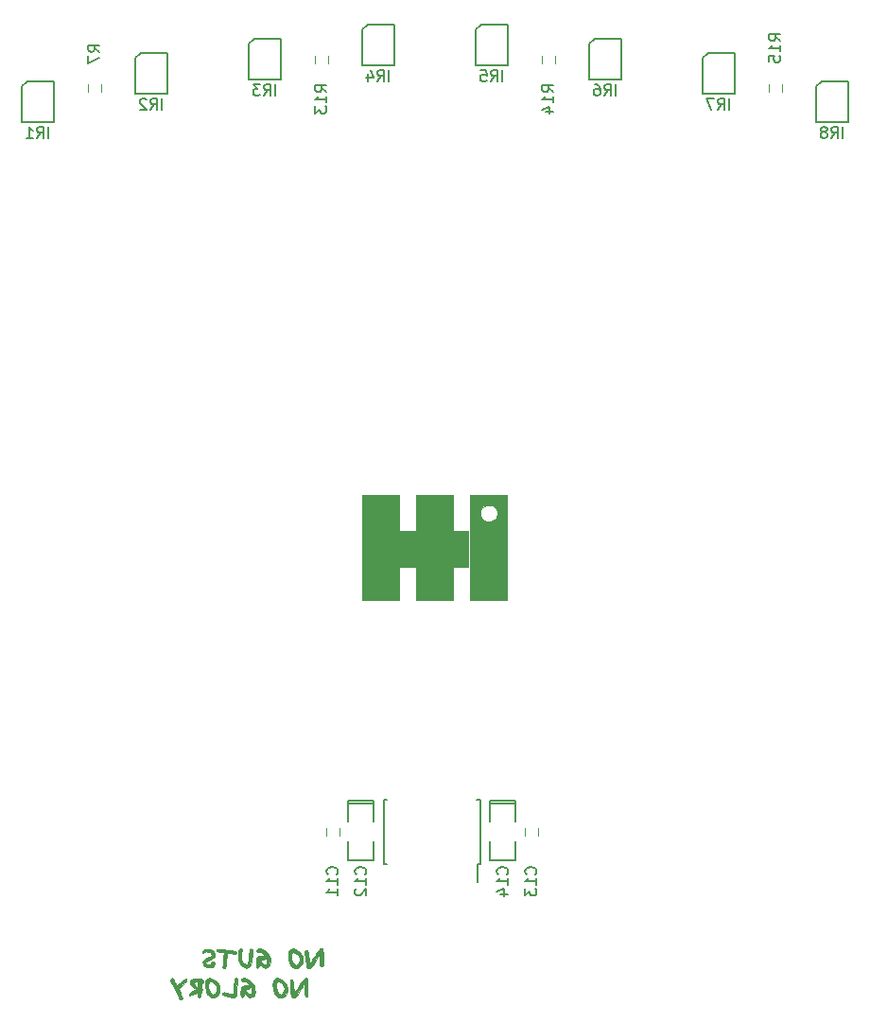
<source format=gbr>
G04 #@! TF.GenerationSoftware,KiCad,Pcbnew,no-vcs-found-c78a2ba~59~ubuntu16.10.1*
G04 #@! TF.CreationDate,2017-09-21T00:22:34+02:00*
G04 #@! TF.ProjectId,rat_board,7261745F626F6172642E6B696361645F,rev?*
G04 #@! TF.SameCoordinates,Original
G04 #@! TF.FileFunction,Legend,Bot*
G04 #@! TF.FilePolarity,Positive*
%FSLAX46Y46*%
G04 Gerber Fmt 4.6, Leading zero omitted, Abs format (unit mm)*
G04 Created by KiCad (PCBNEW no-vcs-found-c78a2ba~59~ubuntu16.10.1) date Thu Sep 21 00:22:34 2017*
%MOMM*%
%LPD*%
G01*
G04 APERTURE LIST*
%ADD10C,0.010000*%
%ADD11C,0.150000*%
%ADD12C,0.120000*%
%ADD13C,0.200000*%
G04 APERTURE END LIST*
D10*
G36*
X120452081Y-132422827D02*
X120302263Y-132467826D01*
X120234046Y-132516645D01*
X120164622Y-132615909D01*
X120144755Y-132701038D01*
X120176707Y-132751452D01*
X120207603Y-132757333D01*
X120289233Y-132738698D01*
X120396352Y-132693632D01*
X120400695Y-132691406D01*
X120518723Y-132649260D01*
X120636305Y-132661844D01*
X120667534Y-132671468D01*
X120793278Y-132733024D01*
X120899445Y-132819302D01*
X120966437Y-132910438D01*
X120975770Y-132983881D01*
X120925776Y-133029981D01*
X120819771Y-133087527D01*
X120705831Y-133134499D01*
X120462785Y-133234377D01*
X120297065Y-133333957D01*
X120201750Y-133441339D01*
X120169916Y-133564627D01*
X120194643Y-133711920D01*
X120199541Y-133727035D01*
X120268802Y-133865842D01*
X120376860Y-133961537D01*
X120537907Y-134022061D01*
X120766135Y-134055359D01*
X120789474Y-134057217D01*
X121113188Y-134081700D01*
X121158017Y-133959266D01*
X121196269Y-133854127D01*
X121221569Y-133783549D01*
X121222980Y-133675568D01*
X121169156Y-133577843D01*
X121080877Y-133522727D01*
X121051886Y-133519333D01*
X120953199Y-133547797D01*
X120912647Y-133617703D01*
X120943095Y-133705820D01*
X120946366Y-133709871D01*
X120974124Y-133765400D01*
X120928086Y-133799238D01*
X120821548Y-133811664D01*
X120682231Y-133795913D01*
X120554221Y-133759302D01*
X120498056Y-133727865D01*
X120442001Y-133664253D01*
X120442005Y-133605249D01*
X120504558Y-133544634D01*
X120636149Y-133476187D01*
X120843271Y-133393689D01*
X120848981Y-133391574D01*
X120974667Y-133324432D01*
X121101474Y-133224234D01*
X121208294Y-133111809D01*
X121274016Y-133007986D01*
X121285000Y-132961375D01*
X121252024Y-132833729D01*
X121166317Y-132691245D01*
X121047708Y-132562713D01*
X120970953Y-132505467D01*
X120814588Y-132441221D01*
X120632243Y-132413817D01*
X120452081Y-132422827D01*
X120452081Y-132422827D01*
G37*
X120452081Y-132422827D02*
X120302263Y-132467826D01*
X120234046Y-132516645D01*
X120164622Y-132615909D01*
X120144755Y-132701038D01*
X120176707Y-132751452D01*
X120207603Y-132757333D01*
X120289233Y-132738698D01*
X120396352Y-132693632D01*
X120400695Y-132691406D01*
X120518723Y-132649260D01*
X120636305Y-132661844D01*
X120667534Y-132671468D01*
X120793278Y-132733024D01*
X120899445Y-132819302D01*
X120966437Y-132910438D01*
X120975770Y-132983881D01*
X120925776Y-133029981D01*
X120819771Y-133087527D01*
X120705831Y-133134499D01*
X120462785Y-133234377D01*
X120297065Y-133333957D01*
X120201750Y-133441339D01*
X120169916Y-133564627D01*
X120194643Y-133711920D01*
X120199541Y-133727035D01*
X120268802Y-133865842D01*
X120376860Y-133961537D01*
X120537907Y-134022061D01*
X120766135Y-134055359D01*
X120789474Y-134057217D01*
X121113188Y-134081700D01*
X121158017Y-133959266D01*
X121196269Y-133854127D01*
X121221569Y-133783549D01*
X121222980Y-133675568D01*
X121169156Y-133577843D01*
X121080877Y-133522727D01*
X121051886Y-133519333D01*
X120953199Y-133547797D01*
X120912647Y-133617703D01*
X120943095Y-133705820D01*
X120946366Y-133709871D01*
X120974124Y-133765400D01*
X120928086Y-133799238D01*
X120821548Y-133811664D01*
X120682231Y-133795913D01*
X120554221Y-133759302D01*
X120498056Y-133727865D01*
X120442001Y-133664253D01*
X120442005Y-133605249D01*
X120504558Y-133544634D01*
X120636149Y-133476187D01*
X120843271Y-133393689D01*
X120848981Y-133391574D01*
X120974667Y-133324432D01*
X121101474Y-133224234D01*
X121208294Y-133111809D01*
X121274016Y-133007986D01*
X121285000Y-132961375D01*
X121252024Y-132833729D01*
X121166317Y-132691245D01*
X121047708Y-132562713D01*
X120970953Y-132505467D01*
X120814588Y-132441221D01*
X120632243Y-132413817D01*
X120452081Y-132422827D01*
G36*
X123462011Y-132411415D02*
X123394327Y-132546750D01*
X123383303Y-132577828D01*
X123327046Y-132825069D01*
X123327835Y-133085799D01*
X123382450Y-133372856D01*
X123488808Y-133660756D01*
X123639865Y-133877298D01*
X123835289Y-134022007D01*
X123843092Y-134025844D01*
X123982651Y-134086514D01*
X124086342Y-134105442D01*
X124190866Y-134084503D01*
X124281668Y-134048220D01*
X124376758Y-133989559D01*
X124449165Y-133898858D01*
X124504156Y-133763028D01*
X124546995Y-133568981D01*
X124582950Y-133303626D01*
X124583623Y-133297613D01*
X124614193Y-132985368D01*
X124627212Y-132748433D01*
X124622532Y-132579262D01*
X124600004Y-132470305D01*
X124566373Y-132419114D01*
X124484524Y-132379394D01*
X124422901Y-132415792D01*
X124379398Y-132530932D01*
X124356359Y-132680190D01*
X124324598Y-132962150D01*
X124291066Y-133222079D01*
X124258048Y-133444655D01*
X124227828Y-133614554D01*
X124202690Y-133716454D01*
X124201265Y-133720417D01*
X124142654Y-133798884D01*
X124050181Y-133804062D01*
X123920209Y-133735837D01*
X123885511Y-133710423D01*
X123746682Y-133552087D01*
X123659558Y-133331478D01*
X123625093Y-133054088D01*
X123644241Y-132725414D01*
X123678952Y-132519950D01*
X123686506Y-132417493D01*
X123649515Y-132367453D01*
X123638420Y-132362528D01*
X123540555Y-132352388D01*
X123462011Y-132411415D01*
X123462011Y-132411415D01*
G37*
X123462011Y-132411415D02*
X123394327Y-132546750D01*
X123383303Y-132577828D01*
X123327046Y-132825069D01*
X123327835Y-133085799D01*
X123382450Y-133372856D01*
X123488808Y-133660756D01*
X123639865Y-133877298D01*
X123835289Y-134022007D01*
X123843092Y-134025844D01*
X123982651Y-134086514D01*
X124086342Y-134105442D01*
X124190866Y-134084503D01*
X124281668Y-134048220D01*
X124376758Y-133989559D01*
X124449165Y-133898858D01*
X124504156Y-133763028D01*
X124546995Y-133568981D01*
X124582950Y-133303626D01*
X124583623Y-133297613D01*
X124614193Y-132985368D01*
X124627212Y-132748433D01*
X124622532Y-132579262D01*
X124600004Y-132470305D01*
X124566373Y-132419114D01*
X124484524Y-132379394D01*
X124422901Y-132415792D01*
X124379398Y-132530932D01*
X124356359Y-132680190D01*
X124324598Y-132962150D01*
X124291066Y-133222079D01*
X124258048Y-133444655D01*
X124227828Y-133614554D01*
X124202690Y-133716454D01*
X124201265Y-133720417D01*
X124142654Y-133798884D01*
X124050181Y-133804062D01*
X123920209Y-133735837D01*
X123885511Y-133710423D01*
X123746682Y-133552087D01*
X123659558Y-133331478D01*
X123625093Y-133054088D01*
X123644241Y-132725414D01*
X123678952Y-132519950D01*
X123686506Y-132417493D01*
X123649515Y-132367453D01*
X123638420Y-132362528D01*
X123540555Y-132352388D01*
X123462011Y-132411415D01*
G36*
X125043122Y-132409520D02*
X124983715Y-132495030D01*
X125003182Y-132610376D01*
X125003202Y-132610420D01*
X125067492Y-132692470D01*
X125143231Y-132713312D01*
X125201898Y-132670944D01*
X125264591Y-132639270D01*
X125364394Y-132665701D01*
X125487287Y-132740861D01*
X125619251Y-132855373D01*
X125746263Y-132999859D01*
X125795069Y-133067685D01*
X125881754Y-133209633D01*
X125925943Y-133329722D01*
X125940891Y-133469813D01*
X125941667Y-133530680D01*
X125931194Y-133695203D01*
X125893677Y-133785618D01*
X125819973Y-133810568D01*
X125700937Y-133778700D01*
X125685808Y-133772563D01*
X125546221Y-133677272D01*
X125428573Y-133529663D01*
X125379562Y-133427151D01*
X125375066Y-133380542D01*
X125422035Y-133369694D01*
X125490068Y-133378215D01*
X125612715Y-133372728D01*
X125719454Y-133326612D01*
X125787275Y-133255229D01*
X125793762Y-133175447D01*
X125715195Y-133081792D01*
X125577227Y-133029540D01*
X125396100Y-133022065D01*
X125214307Y-133055095D01*
X125096671Y-133105506D01*
X125032166Y-133189736D01*
X125015604Y-133234775D01*
X124978518Y-133388470D01*
X124950388Y-133571014D01*
X124934369Y-133751505D01*
X124933620Y-133899042D01*
X124941687Y-133958396D01*
X124994960Y-134060327D01*
X125071434Y-134095882D01*
X125149136Y-134070299D01*
X125206098Y-133988812D01*
X125222000Y-133891592D01*
X125222000Y-133766219D01*
X125390142Y-133899389D01*
X125522249Y-133987471D01*
X125668120Y-134060291D01*
X125797158Y-134104014D01*
X125856721Y-134110343D01*
X125906298Y-134093930D01*
X125999323Y-134055955D01*
X126013290Y-134049921D01*
X126111776Y-133987194D01*
X126172583Y-133887270D01*
X126197741Y-133808161D01*
X126227574Y-133572523D01*
X126205578Y-133317282D01*
X126136750Y-133081005D01*
X126091965Y-132991375D01*
X125963113Y-132814013D01*
X125800584Y-132649797D01*
X125621447Y-132510647D01*
X125442770Y-132408483D01*
X125281625Y-132355225D01*
X125180632Y-132354955D01*
X125043122Y-132409520D01*
X125043122Y-132409520D01*
G37*
X125043122Y-132409520D02*
X124983715Y-132495030D01*
X125003182Y-132610376D01*
X125003202Y-132610420D01*
X125067492Y-132692470D01*
X125143231Y-132713312D01*
X125201898Y-132670944D01*
X125264591Y-132639270D01*
X125364394Y-132665701D01*
X125487287Y-132740861D01*
X125619251Y-132855373D01*
X125746263Y-132999859D01*
X125795069Y-133067685D01*
X125881754Y-133209633D01*
X125925943Y-133329722D01*
X125940891Y-133469813D01*
X125941667Y-133530680D01*
X125931194Y-133695203D01*
X125893677Y-133785618D01*
X125819973Y-133810568D01*
X125700937Y-133778700D01*
X125685808Y-133772563D01*
X125546221Y-133677272D01*
X125428573Y-133529663D01*
X125379562Y-133427151D01*
X125375066Y-133380542D01*
X125422035Y-133369694D01*
X125490068Y-133378215D01*
X125612715Y-133372728D01*
X125719454Y-133326612D01*
X125787275Y-133255229D01*
X125793762Y-133175447D01*
X125715195Y-133081792D01*
X125577227Y-133029540D01*
X125396100Y-133022065D01*
X125214307Y-133055095D01*
X125096671Y-133105506D01*
X125032166Y-133189736D01*
X125015604Y-133234775D01*
X124978518Y-133388470D01*
X124950388Y-133571014D01*
X124934369Y-133751505D01*
X124933620Y-133899042D01*
X124941687Y-133958396D01*
X124994960Y-134060327D01*
X125071434Y-134095882D01*
X125149136Y-134070299D01*
X125206098Y-133988812D01*
X125222000Y-133891592D01*
X125222000Y-133766219D01*
X125390142Y-133899389D01*
X125522249Y-133987471D01*
X125668120Y-134060291D01*
X125797158Y-134104014D01*
X125856721Y-134110343D01*
X125906298Y-134093930D01*
X125999323Y-134055955D01*
X126013290Y-134049921D01*
X126111776Y-133987194D01*
X126172583Y-133887270D01*
X126197741Y-133808161D01*
X126227574Y-133572523D01*
X126205578Y-133317282D01*
X126136750Y-133081005D01*
X126091965Y-132991375D01*
X125963113Y-132814013D01*
X125800584Y-132649797D01*
X125621447Y-132510647D01*
X125442770Y-132408483D01*
X125281625Y-132355225D01*
X125180632Y-132354955D01*
X125043122Y-132409520D01*
G36*
X130685658Y-132374911D02*
X130625190Y-132431071D01*
X130530840Y-132547637D01*
X130411425Y-132711902D01*
X130275761Y-132911162D01*
X130132665Y-133132709D01*
X129990952Y-133363838D01*
X129942960Y-133445250D01*
X129860916Y-133579976D01*
X129792996Y-133680505D01*
X129751405Y-133729055D01*
X129746822Y-133731000D01*
X129731409Y-133691753D01*
X129713805Y-133586082D01*
X129696626Y-133432096D01*
X129687186Y-133318250D01*
X129664568Y-133039386D01*
X129641742Y-132833870D01*
X129616517Y-132690404D01*
X129586700Y-132597693D01*
X129550100Y-132544439D01*
X129534741Y-132532688D01*
X129435601Y-132503206D01*
X129364558Y-132548672D01*
X129330738Y-132661522D01*
X129329175Y-132703088D01*
X129335072Y-132854377D01*
X129349935Y-133046343D01*
X129371497Y-133261119D01*
X129397489Y-133480836D01*
X129425644Y-133687629D01*
X129453692Y-133863631D01*
X129479367Y-133990974D01*
X129500390Y-134051781D01*
X129596074Y-134106582D01*
X129725497Y-134100795D01*
X129866766Y-134037659D01*
X129932458Y-133987846D01*
X130013240Y-133897589D01*
X130116721Y-133754679D01*
X130227118Y-133581879D01*
X130293699Y-133466859D01*
X130420736Y-133238164D01*
X130511936Y-133081545D01*
X130573265Y-132995453D01*
X130610689Y-132978337D01*
X130630174Y-133028649D01*
X130637687Y-133144837D01*
X130639193Y-133325351D01*
X130639321Y-133377060D01*
X130642343Y-133595862D01*
X130651463Y-133747124D01*
X130668974Y-133847888D01*
X130697168Y-133915197D01*
X130715121Y-133940567D01*
X130802287Y-134005157D01*
X130883283Y-133990478D01*
X130944660Y-133901615D01*
X130960398Y-133847841D01*
X130968481Y-133760500D01*
X130971601Y-133607167D01*
X130969803Y-133406368D01*
X130963132Y-133176628D01*
X130958485Y-133067292D01*
X130945727Y-132816303D01*
X130933348Y-132636862D01*
X130919259Y-132515883D01*
X130901374Y-132440284D01*
X130877604Y-132396980D01*
X130847834Y-132373925D01*
X130736700Y-132355670D01*
X130685658Y-132374911D01*
X130685658Y-132374911D01*
G37*
X130685658Y-132374911D02*
X130625190Y-132431071D01*
X130530840Y-132547637D01*
X130411425Y-132711902D01*
X130275761Y-132911162D01*
X130132665Y-133132709D01*
X129990952Y-133363838D01*
X129942960Y-133445250D01*
X129860916Y-133579976D01*
X129792996Y-133680505D01*
X129751405Y-133729055D01*
X129746822Y-133731000D01*
X129731409Y-133691753D01*
X129713805Y-133586082D01*
X129696626Y-133432096D01*
X129687186Y-133318250D01*
X129664568Y-133039386D01*
X129641742Y-132833870D01*
X129616517Y-132690404D01*
X129586700Y-132597693D01*
X129550100Y-132544439D01*
X129534741Y-132532688D01*
X129435601Y-132503206D01*
X129364558Y-132548672D01*
X129330738Y-132661522D01*
X129329175Y-132703088D01*
X129335072Y-132854377D01*
X129349935Y-133046343D01*
X129371497Y-133261119D01*
X129397489Y-133480836D01*
X129425644Y-133687629D01*
X129453692Y-133863631D01*
X129479367Y-133990974D01*
X129500390Y-134051781D01*
X129596074Y-134106582D01*
X129725497Y-134100795D01*
X129866766Y-134037659D01*
X129932458Y-133987846D01*
X130013240Y-133897589D01*
X130116721Y-133754679D01*
X130227118Y-133581879D01*
X130293699Y-133466859D01*
X130420736Y-133238164D01*
X130511936Y-133081545D01*
X130573265Y-132995453D01*
X130610689Y-132978337D01*
X130630174Y-133028649D01*
X130637687Y-133144837D01*
X130639193Y-133325351D01*
X130639321Y-133377060D01*
X130642343Y-133595862D01*
X130651463Y-133747124D01*
X130668974Y-133847888D01*
X130697168Y-133915197D01*
X130715121Y-133940567D01*
X130802287Y-134005157D01*
X130883283Y-133990478D01*
X130944660Y-133901615D01*
X130960398Y-133847841D01*
X130968481Y-133760500D01*
X130971601Y-133607167D01*
X130969803Y-133406368D01*
X130963132Y-133176628D01*
X130958485Y-133067292D01*
X130945727Y-132816303D01*
X130933348Y-132636862D01*
X130919259Y-132515883D01*
X130901374Y-132440284D01*
X130877604Y-132396980D01*
X130847834Y-132373925D01*
X130736700Y-132355670D01*
X130685658Y-132374911D01*
G36*
X128068058Y-132413830D02*
X127952753Y-132518355D01*
X127871875Y-132679106D01*
X127828055Y-132884456D01*
X127823921Y-133122776D01*
X127862104Y-133382437D01*
X127933687Y-133621738D01*
X128014978Y-133785371D01*
X128123659Y-133933428D01*
X128242303Y-134047078D01*
X128353486Y-134107491D01*
X128387890Y-134112578D01*
X128491551Y-134123664D01*
X128545167Y-134134843D01*
X128637085Y-134130473D01*
X128754686Y-134091827D01*
X128776406Y-134081348D01*
X128905040Y-133976665D01*
X129020645Y-133813123D01*
X129107670Y-133616493D01*
X129143157Y-133473564D01*
X129142744Y-133415434D01*
X128849806Y-133415434D01*
X128842672Y-133471668D01*
X128802648Y-133587777D01*
X128739624Y-133714198D01*
X128734875Y-133722126D01*
X128637692Y-133830494D01*
X128528513Y-133855245D01*
X128406913Y-133796368D01*
X128320455Y-133712615D01*
X128252509Y-133632112D01*
X128206324Y-133561917D01*
X128171686Y-133478025D01*
X128138377Y-133356433D01*
X128102180Y-133199749D01*
X128079550Y-133005302D01*
X128103839Y-132850541D01*
X128171666Y-132750348D01*
X128209043Y-132729333D01*
X128317617Y-132723477D01*
X128456537Y-132760566D01*
X128592329Y-132827908D01*
X128690919Y-132912045D01*
X128777281Y-133063825D01*
X128833760Y-133244594D01*
X128849806Y-133415434D01*
X129142744Y-133415434D01*
X129141699Y-133268782D01*
X129083707Y-133045563D01*
X128978935Y-132839958D01*
X128884722Y-132738341D01*
X128742272Y-132627208D01*
X128576035Y-132521373D01*
X128410458Y-132435650D01*
X128269991Y-132384854D01*
X128215160Y-132377162D01*
X128068058Y-132413830D01*
X128068058Y-132413830D01*
G37*
X128068058Y-132413830D02*
X127952753Y-132518355D01*
X127871875Y-132679106D01*
X127828055Y-132884456D01*
X127823921Y-133122776D01*
X127862104Y-133382437D01*
X127933687Y-133621738D01*
X128014978Y-133785371D01*
X128123659Y-133933428D01*
X128242303Y-134047078D01*
X128353486Y-134107491D01*
X128387890Y-134112578D01*
X128491551Y-134123664D01*
X128545167Y-134134843D01*
X128637085Y-134130473D01*
X128754686Y-134091827D01*
X128776406Y-134081348D01*
X128905040Y-133976665D01*
X129020645Y-133813123D01*
X129107670Y-133616493D01*
X129143157Y-133473564D01*
X129142744Y-133415434D01*
X128849806Y-133415434D01*
X128842672Y-133471668D01*
X128802648Y-133587777D01*
X128739624Y-133714198D01*
X128734875Y-133722126D01*
X128637692Y-133830494D01*
X128528513Y-133855245D01*
X128406913Y-133796368D01*
X128320455Y-133712615D01*
X128252509Y-133632112D01*
X128206324Y-133561917D01*
X128171686Y-133478025D01*
X128138377Y-133356433D01*
X128102180Y-133199749D01*
X128079550Y-133005302D01*
X128103839Y-132850541D01*
X128171666Y-132750348D01*
X128209043Y-132729333D01*
X128317617Y-132723477D01*
X128456537Y-132760566D01*
X128592329Y-132827908D01*
X128690919Y-132912045D01*
X128777281Y-133063825D01*
X128833760Y-133244594D01*
X128849806Y-133415434D01*
X129142744Y-133415434D01*
X129141699Y-133268782D01*
X129083707Y-133045563D01*
X128978935Y-132839958D01*
X128884722Y-132738341D01*
X128742272Y-132627208D01*
X128576035Y-132521373D01*
X128410458Y-132435650D01*
X128269991Y-132384854D01*
X128215160Y-132377162D01*
X128068058Y-132413830D01*
G36*
X121520064Y-132416460D02*
X121449631Y-132447797D01*
X121417088Y-132499752D01*
X121412000Y-132543812D01*
X121419350Y-132590998D01*
X121451699Y-132624447D01*
X121524502Y-132649993D01*
X121653212Y-132673471D01*
X121814167Y-132695644D01*
X121940378Y-132714252D01*
X122028234Y-132731198D01*
X122050067Y-132738142D01*
X122058035Y-132784517D01*
X122054890Y-132890802D01*
X122042844Y-133019769D01*
X122025696Y-133184303D01*
X122006616Y-133397228D01*
X121988757Y-133622424D01*
X121982233Y-133714112D01*
X121970558Y-133912610D01*
X121968779Y-134042231D01*
X121978080Y-134118314D01*
X121999643Y-134156200D01*
X122017092Y-134166287D01*
X122101442Y-134163857D01*
X122151375Y-134139468D01*
X122183342Y-134096595D01*
X122211117Y-134011224D01*
X122237045Y-133871788D01*
X122263468Y-133666720D01*
X122281610Y-133496792D01*
X122303414Y-133278423D01*
X122321805Y-133087821D01*
X122335184Y-132942061D01*
X122341951Y-132858216D01*
X122342454Y-132847549D01*
X122357848Y-132821027D01*
X122412304Y-132807569D01*
X122519758Y-132806214D01*
X122694144Y-132816001D01*
X122745318Y-132819736D01*
X122934645Y-132832249D01*
X123056247Y-132834459D01*
X123126616Y-132824805D01*
X123162242Y-132801728D01*
X123174440Y-132779154D01*
X123169966Y-132693893D01*
X123142873Y-132653796D01*
X123083215Y-132629561D01*
X122954726Y-132596672D01*
X122772407Y-132558338D01*
X122551258Y-132517767D01*
X122360143Y-132486426D01*
X122048426Y-132440723D01*
X121810489Y-132413466D01*
X121637359Y-132405197D01*
X121520064Y-132416460D01*
X121520064Y-132416460D01*
G37*
X121520064Y-132416460D02*
X121449631Y-132447797D01*
X121417088Y-132499752D01*
X121412000Y-132543812D01*
X121419350Y-132590998D01*
X121451699Y-132624447D01*
X121524502Y-132649993D01*
X121653212Y-132673471D01*
X121814167Y-132695644D01*
X121940378Y-132714252D01*
X122028234Y-132731198D01*
X122050067Y-132738142D01*
X122058035Y-132784517D01*
X122054890Y-132890802D01*
X122042844Y-133019769D01*
X122025696Y-133184303D01*
X122006616Y-133397228D01*
X121988757Y-133622424D01*
X121982233Y-133714112D01*
X121970558Y-133912610D01*
X121968779Y-134042231D01*
X121978080Y-134118314D01*
X121999643Y-134156200D01*
X122017092Y-134166287D01*
X122101442Y-134163857D01*
X122151375Y-134139468D01*
X122183342Y-134096595D01*
X122211117Y-134011224D01*
X122237045Y-133871788D01*
X122263468Y-133666720D01*
X122281610Y-133496792D01*
X122303414Y-133278423D01*
X122321805Y-133087821D01*
X122335184Y-132942061D01*
X122341951Y-132858216D01*
X122342454Y-132847549D01*
X122357848Y-132821027D01*
X122412304Y-132807569D01*
X122519758Y-132806214D01*
X122694144Y-132816001D01*
X122745318Y-132819736D01*
X122934645Y-132832249D01*
X123056247Y-132834459D01*
X123126616Y-132824805D01*
X123162242Y-132801728D01*
X123174440Y-132779154D01*
X123169966Y-132693893D01*
X123142873Y-132653796D01*
X123083215Y-132629561D01*
X122954726Y-132596672D01*
X122772407Y-132558338D01*
X122551258Y-132517767D01*
X122360143Y-132486426D01*
X122048426Y-132440723D01*
X121810489Y-132413466D01*
X121637359Y-132405197D01*
X121520064Y-132416460D01*
G36*
X123094526Y-135020383D02*
X123052648Y-135084187D01*
X123019288Y-135200897D01*
X122992565Y-135378995D01*
X122970603Y-135626965D01*
X122956265Y-135861281D01*
X122940632Y-136103816D01*
X122923126Y-136271535D01*
X122902217Y-136374287D01*
X122876377Y-136421924D01*
X122868524Y-136426550D01*
X122804942Y-136427343D01*
X122681292Y-136412291D01*
X122519831Y-136385325D01*
X122342814Y-136350378D01*
X122172498Y-136311383D01*
X122083211Y-136287799D01*
X122000873Y-136299515D01*
X121943620Y-136338094D01*
X121896857Y-136398237D01*
X121913921Y-136450737D01*
X121941187Y-136482688D01*
X122034962Y-136544636D01*
X122193420Y-136605648D01*
X122396702Y-136660186D01*
X122624950Y-136702712D01*
X122805817Y-136723836D01*
X122960979Y-136734518D01*
X123053918Y-136731175D01*
X123106526Y-136709406D01*
X123140700Y-136664812D01*
X123145784Y-136655518D01*
X123162247Y-136588394D01*
X123180228Y-136455535D01*
X123198648Y-136273695D01*
X123216429Y-136059629D01*
X123232493Y-135830089D01*
X123245763Y-135601831D01*
X123255159Y-135391607D01*
X123259604Y-135216173D01*
X123258020Y-135092282D01*
X123249904Y-135037513D01*
X123193460Y-135006715D01*
X123146800Y-135001000D01*
X123094526Y-135020383D01*
X123094526Y-135020383D01*
G37*
X123094526Y-135020383D02*
X123052648Y-135084187D01*
X123019288Y-135200897D01*
X122992565Y-135378995D01*
X122970603Y-135626965D01*
X122956265Y-135861281D01*
X122940632Y-136103816D01*
X122923126Y-136271535D01*
X122902217Y-136374287D01*
X122876377Y-136421924D01*
X122868524Y-136426550D01*
X122804942Y-136427343D01*
X122681292Y-136412291D01*
X122519831Y-136385325D01*
X122342814Y-136350378D01*
X122172498Y-136311383D01*
X122083211Y-136287799D01*
X122000873Y-136299515D01*
X121943620Y-136338094D01*
X121896857Y-136398237D01*
X121913921Y-136450737D01*
X121941187Y-136482688D01*
X122034962Y-136544636D01*
X122193420Y-136605648D01*
X122396702Y-136660186D01*
X122624950Y-136702712D01*
X122805817Y-136723836D01*
X122960979Y-136734518D01*
X123053918Y-136731175D01*
X123106526Y-136709406D01*
X123140700Y-136664812D01*
X123145784Y-136655518D01*
X123162247Y-136588394D01*
X123180228Y-136455535D01*
X123198648Y-136273695D01*
X123216429Y-136059629D01*
X123232493Y-135830089D01*
X123245763Y-135601831D01*
X123255159Y-135391607D01*
X123259604Y-135216173D01*
X123258020Y-135092282D01*
X123249904Y-135037513D01*
X123193460Y-135006715D01*
X123146800Y-135001000D01*
X123094526Y-135020383D01*
G36*
X123735938Y-135025710D02*
X123645586Y-135093925D01*
X123623949Y-135200409D01*
X123629065Y-135227246D01*
X123683265Y-135316032D01*
X123768135Y-135340429D01*
X123849288Y-135298446D01*
X123920382Y-135282160D01*
X124026592Y-135323114D01*
X124153314Y-135410015D01*
X124285948Y-135531570D01*
X124409891Y-135676485D01*
X124487257Y-135791833D01*
X124555419Y-135934136D01*
X124580440Y-136076641D01*
X124578731Y-136194000D01*
X124566763Y-136326830D01*
X124543698Y-136397064D01*
X124499326Y-136426769D01*
X124468136Y-136433015D01*
X124335022Y-136412128D01*
X124199027Y-136322717D01*
X124079847Y-136177859D01*
X124077138Y-136173450D01*
X124015373Y-136065896D01*
X124005706Y-136013719D01*
X124054504Y-136001040D01*
X124143084Y-136009033D01*
X124286826Y-136000682D01*
X124380906Y-135948263D01*
X124417446Y-135868844D01*
X124388571Y-135779498D01*
X124286828Y-135697515D01*
X124119989Y-135653276D01*
X123936505Y-135668503D01*
X123772334Y-135737788D01*
X123716130Y-135783355D01*
X123649739Y-135890472D01*
X123602862Y-136044956D01*
X123576678Y-136223775D01*
X123572361Y-136403899D01*
X123591090Y-136562297D01*
X123634040Y-136675938D01*
X123668730Y-136711212D01*
X123739269Y-136732667D01*
X123799616Y-136684474D01*
X123806313Y-136675659D01*
X123855886Y-136566143D01*
X123867334Y-136491357D01*
X123870158Y-136432537D01*
X123889795Y-136419781D01*
X123942994Y-136456606D01*
X124020203Y-136523450D01*
X124217837Y-136666162D01*
X124399732Y-136729712D01*
X124574453Y-136716039D01*
X124677792Y-136672456D01*
X124782052Y-136570565D01*
X124844525Y-136412516D01*
X124865560Y-136215591D01*
X124845501Y-135997071D01*
X124784696Y-135774238D01*
X124683492Y-135564373D01*
X124654681Y-135519966D01*
X124531246Y-135376194D01*
X124369682Y-135237329D01*
X124192825Y-135118710D01*
X124023510Y-135035677D01*
X123886008Y-135003597D01*
X123735938Y-135025710D01*
X123735938Y-135025710D01*
G37*
X123735938Y-135025710D02*
X123645586Y-135093925D01*
X123623949Y-135200409D01*
X123629065Y-135227246D01*
X123683265Y-135316032D01*
X123768135Y-135340429D01*
X123849288Y-135298446D01*
X123920382Y-135282160D01*
X124026592Y-135323114D01*
X124153314Y-135410015D01*
X124285948Y-135531570D01*
X124409891Y-135676485D01*
X124487257Y-135791833D01*
X124555419Y-135934136D01*
X124580440Y-136076641D01*
X124578731Y-136194000D01*
X124566763Y-136326830D01*
X124543698Y-136397064D01*
X124499326Y-136426769D01*
X124468136Y-136433015D01*
X124335022Y-136412128D01*
X124199027Y-136322717D01*
X124079847Y-136177859D01*
X124077138Y-136173450D01*
X124015373Y-136065896D01*
X124005706Y-136013719D01*
X124054504Y-136001040D01*
X124143084Y-136009033D01*
X124286826Y-136000682D01*
X124380906Y-135948263D01*
X124417446Y-135868844D01*
X124388571Y-135779498D01*
X124286828Y-135697515D01*
X124119989Y-135653276D01*
X123936505Y-135668503D01*
X123772334Y-135737788D01*
X123716130Y-135783355D01*
X123649739Y-135890472D01*
X123602862Y-136044956D01*
X123576678Y-136223775D01*
X123572361Y-136403899D01*
X123591090Y-136562297D01*
X123634040Y-136675938D01*
X123668730Y-136711212D01*
X123739269Y-136732667D01*
X123799616Y-136684474D01*
X123806313Y-136675659D01*
X123855886Y-136566143D01*
X123867334Y-136491357D01*
X123870158Y-136432537D01*
X123889795Y-136419781D01*
X123942994Y-136456606D01*
X124020203Y-136523450D01*
X124217837Y-136666162D01*
X124399732Y-136729712D01*
X124574453Y-136716039D01*
X124677792Y-136672456D01*
X124782052Y-136570565D01*
X124844525Y-136412516D01*
X124865560Y-136215591D01*
X124845501Y-135997071D01*
X124784696Y-135774238D01*
X124683492Y-135564373D01*
X124654681Y-135519966D01*
X124531246Y-135376194D01*
X124369682Y-135237329D01*
X124192825Y-135118710D01*
X124023510Y-135035677D01*
X123886008Y-135003597D01*
X123735938Y-135025710D01*
G36*
X119664766Y-135058520D02*
X119421816Y-135081514D01*
X119251231Y-135114034D01*
X119140801Y-135161694D01*
X119078314Y-135230108D01*
X119051561Y-135324890D01*
X119049919Y-135341205D01*
X119073566Y-135500274D01*
X119158962Y-135671589D01*
X119291040Y-135831789D01*
X119442837Y-135950488D01*
X119605010Y-136048364D01*
X119453514Y-136098362D01*
X119285127Y-136170950D01*
X119140626Y-136264105D01*
X119031205Y-136365759D01*
X118968059Y-136463845D01*
X118962381Y-136546297D01*
X118998883Y-136588427D01*
X119054189Y-136583860D01*
X119165458Y-136549226D01*
X119312394Y-136491250D01*
X119374628Y-136463926D01*
X119526687Y-136396095D01*
X119646672Y-136344125D01*
X119715857Y-136316062D01*
X119725114Y-136313333D01*
X119732124Y-136350713D01*
X119729132Y-136444199D01*
X119725847Y-136483463D01*
X119732472Y-136623518D01*
X119773087Y-136724836D01*
X119834166Y-136777213D01*
X119902181Y-136770448D01*
X119963606Y-136694338D01*
X119973715Y-136670411D01*
X120001843Y-136552912D01*
X120014888Y-136412637D01*
X120015000Y-136400427D01*
X120031439Y-136276334D01*
X120072843Y-136191606D01*
X120078500Y-136186333D01*
X120134947Y-136095533D01*
X120128046Y-135994178D01*
X120089084Y-135941134D01*
X120055915Y-135865336D01*
X120048596Y-135723083D01*
X120050571Y-135685888D01*
X120065352Y-135566746D01*
X119761000Y-135566746D01*
X119751244Y-135717792D01*
X119717586Y-135793987D01*
X119653447Y-135796772D01*
X119552245Y-135727592D01*
X119452963Y-135634257D01*
X119352374Y-135522089D01*
X119322210Y-135447226D01*
X119366661Y-135398912D01*
X119489919Y-135366396D01*
X119561628Y-135355485D01*
X119761000Y-135328158D01*
X119761000Y-135566746D01*
X120065352Y-135566746D01*
X120067313Y-135550943D01*
X120099538Y-135479615D01*
X120145821Y-135453401D01*
X120214352Y-135402797D01*
X120214068Y-135308297D01*
X120145161Y-135175061D01*
X120134960Y-135160446D01*
X120043253Y-135031654D01*
X119664766Y-135058520D01*
X119664766Y-135058520D01*
G37*
X119664766Y-135058520D02*
X119421816Y-135081514D01*
X119251231Y-135114034D01*
X119140801Y-135161694D01*
X119078314Y-135230108D01*
X119051561Y-135324890D01*
X119049919Y-135341205D01*
X119073566Y-135500274D01*
X119158962Y-135671589D01*
X119291040Y-135831789D01*
X119442837Y-135950488D01*
X119605010Y-136048364D01*
X119453514Y-136098362D01*
X119285127Y-136170950D01*
X119140626Y-136264105D01*
X119031205Y-136365759D01*
X118968059Y-136463845D01*
X118962381Y-136546297D01*
X118998883Y-136588427D01*
X119054189Y-136583860D01*
X119165458Y-136549226D01*
X119312394Y-136491250D01*
X119374628Y-136463926D01*
X119526687Y-136396095D01*
X119646672Y-136344125D01*
X119715857Y-136316062D01*
X119725114Y-136313333D01*
X119732124Y-136350713D01*
X119729132Y-136444199D01*
X119725847Y-136483463D01*
X119732472Y-136623518D01*
X119773087Y-136724836D01*
X119834166Y-136777213D01*
X119902181Y-136770448D01*
X119963606Y-136694338D01*
X119973715Y-136670411D01*
X120001843Y-136552912D01*
X120014888Y-136412637D01*
X120015000Y-136400427D01*
X120031439Y-136276334D01*
X120072843Y-136191606D01*
X120078500Y-136186333D01*
X120134947Y-136095533D01*
X120128046Y-135994178D01*
X120089084Y-135941134D01*
X120055915Y-135865336D01*
X120048596Y-135723083D01*
X120050571Y-135685888D01*
X120065352Y-135566746D01*
X119761000Y-135566746D01*
X119751244Y-135717792D01*
X119717586Y-135793987D01*
X119653447Y-135796772D01*
X119552245Y-135727592D01*
X119452963Y-135634257D01*
X119352374Y-135522089D01*
X119322210Y-135447226D01*
X119366661Y-135398912D01*
X119489919Y-135366396D01*
X119561628Y-135355485D01*
X119761000Y-135328158D01*
X119761000Y-135566746D01*
X120065352Y-135566746D01*
X120067313Y-135550943D01*
X120099538Y-135479615D01*
X120145821Y-135453401D01*
X120214352Y-135402797D01*
X120214068Y-135308297D01*
X120145161Y-135175061D01*
X120134960Y-135160446D01*
X120043253Y-135031654D01*
X119664766Y-135058520D01*
G36*
X120627134Y-135073632D02*
X120514840Y-135189013D01*
X120435772Y-135360672D01*
X120398049Y-135579301D01*
X120396000Y-135648522D01*
X120413692Y-135851653D01*
X120460971Y-136076599D01*
X120529146Y-136293489D01*
X120609525Y-136472455D01*
X120657006Y-136545457D01*
X120811532Y-136681403D01*
X121001004Y-136757578D01*
X121201190Y-136768385D01*
X121380212Y-136712473D01*
X121501290Y-136605602D01*
X121603635Y-136438731D01*
X121676166Y-136236180D01*
X121707799Y-136022270D01*
X121708272Y-135995833D01*
X121411684Y-135995833D01*
X121388039Y-136200563D01*
X121323930Y-136354896D01*
X121229590Y-136451842D01*
X121115255Y-136484409D01*
X120991162Y-136445606D01*
X120887710Y-136353742D01*
X120801334Y-136223121D01*
X120735489Y-136053447D01*
X120683282Y-135825246D01*
X120667579Y-135731915D01*
X120663986Y-135554287D01*
X120712232Y-135428412D01*
X120806261Y-135363252D01*
X120917364Y-135362236D01*
X121132175Y-135444747D01*
X121289437Y-135587221D01*
X121384120Y-135783212D01*
X121411684Y-135995833D01*
X121708272Y-135995833D01*
X121708334Y-135992386D01*
X121678053Y-135740611D01*
X121583776Y-135524399D01*
X121420347Y-135337588D01*
X121182611Y-135174019D01*
X120918931Y-135048931D01*
X120764537Y-135023835D01*
X120627134Y-135073632D01*
X120627134Y-135073632D01*
G37*
X120627134Y-135073632D02*
X120514840Y-135189013D01*
X120435772Y-135360672D01*
X120398049Y-135579301D01*
X120396000Y-135648522D01*
X120413692Y-135851653D01*
X120460971Y-136076599D01*
X120529146Y-136293489D01*
X120609525Y-136472455D01*
X120657006Y-136545457D01*
X120811532Y-136681403D01*
X121001004Y-136757578D01*
X121201190Y-136768385D01*
X121380212Y-136712473D01*
X121501290Y-136605602D01*
X121603635Y-136438731D01*
X121676166Y-136236180D01*
X121707799Y-136022270D01*
X121708272Y-135995833D01*
X121411684Y-135995833D01*
X121388039Y-136200563D01*
X121323930Y-136354896D01*
X121229590Y-136451842D01*
X121115255Y-136484409D01*
X120991162Y-136445606D01*
X120887710Y-136353742D01*
X120801334Y-136223121D01*
X120735489Y-136053447D01*
X120683282Y-135825246D01*
X120667579Y-135731915D01*
X120663986Y-135554287D01*
X120712232Y-135428412D01*
X120806261Y-135363252D01*
X120917364Y-135362236D01*
X121132175Y-135444747D01*
X121289437Y-135587221D01*
X121384120Y-135783212D01*
X121411684Y-135995833D01*
X121708272Y-135995833D01*
X121708334Y-135992386D01*
X121678053Y-135740611D01*
X121583776Y-135524399D01*
X121420347Y-135337588D01*
X121182611Y-135174019D01*
X120918931Y-135048931D01*
X120764537Y-135023835D01*
X120627134Y-135073632D01*
G36*
X126684701Y-135076219D02*
X126572965Y-135193021D01*
X126493105Y-135366015D01*
X126452919Y-135585851D01*
X126449667Y-135675418D01*
X126470629Y-135886544D01*
X126526417Y-136121319D01*
X126606386Y-136344191D01*
X126699893Y-136519608D01*
X126704313Y-136525906D01*
X126854228Y-136672389D01*
X127038492Y-136755400D01*
X127236131Y-136770086D01*
X127426171Y-136711593D01*
X127449305Y-136698312D01*
X127595384Y-136562781D01*
X127699294Y-136371918D01*
X127756937Y-136146013D01*
X127761866Y-135982994D01*
X127478930Y-135982994D01*
X127443011Y-136204312D01*
X127375123Y-136361731D01*
X127297312Y-136449254D01*
X127194928Y-136481519D01*
X127164416Y-136482667D01*
X127068134Y-136461984D01*
X126979445Y-136388749D01*
X126923161Y-136317420D01*
X126820391Y-136119857D01*
X126748026Y-135858375D01*
X126747201Y-135854030D01*
X126719483Y-135693317D01*
X126711629Y-135589619D01*
X126724661Y-135517407D01*
X126759602Y-135451155D01*
X126763586Y-135445024D01*
X126829125Y-135368998D01*
X126907815Y-135352325D01*
X126971030Y-135362236D01*
X127177491Y-135444656D01*
X127337082Y-135586510D01*
X127440623Y-135771417D01*
X127478930Y-135982994D01*
X127761866Y-135982994D01*
X127764214Y-135905359D01*
X127717025Y-135670248D01*
X127676903Y-135571609D01*
X127553946Y-135404200D01*
X127353971Y-135244130D01*
X127084609Y-135097066D01*
X126972598Y-135048592D01*
X126820512Y-135024960D01*
X126684701Y-135076219D01*
X126684701Y-135076219D01*
G37*
X126684701Y-135076219D02*
X126572965Y-135193021D01*
X126493105Y-135366015D01*
X126452919Y-135585851D01*
X126449667Y-135675418D01*
X126470629Y-135886544D01*
X126526417Y-136121319D01*
X126606386Y-136344191D01*
X126699893Y-136519608D01*
X126704313Y-136525906D01*
X126854228Y-136672389D01*
X127038492Y-136755400D01*
X127236131Y-136770086D01*
X127426171Y-136711593D01*
X127449305Y-136698312D01*
X127595384Y-136562781D01*
X127699294Y-136371918D01*
X127756937Y-136146013D01*
X127761866Y-135982994D01*
X127478930Y-135982994D01*
X127443011Y-136204312D01*
X127375123Y-136361731D01*
X127297312Y-136449254D01*
X127194928Y-136481519D01*
X127164416Y-136482667D01*
X127068134Y-136461984D01*
X126979445Y-136388749D01*
X126923161Y-136317420D01*
X126820391Y-136119857D01*
X126748026Y-135858375D01*
X126747201Y-135854030D01*
X126719483Y-135693317D01*
X126711629Y-135589619D01*
X126724661Y-135517407D01*
X126759602Y-135451155D01*
X126763586Y-135445024D01*
X126829125Y-135368998D01*
X126907815Y-135352325D01*
X126971030Y-135362236D01*
X127177491Y-135444656D01*
X127337082Y-135586510D01*
X127440623Y-135771417D01*
X127478930Y-135982994D01*
X127761866Y-135982994D01*
X127764214Y-135905359D01*
X127717025Y-135670248D01*
X127676903Y-135571609D01*
X127553946Y-135404200D01*
X127353971Y-135244130D01*
X127084609Y-135097066D01*
X126972598Y-135048592D01*
X126820512Y-135024960D01*
X126684701Y-135076219D01*
G36*
X129311426Y-135035516D02*
X129202686Y-135140184D01*
X129063948Y-135316681D01*
X128893930Y-135566687D01*
X128691354Y-135891879D01*
X128616535Y-136017000D01*
X128378123Y-136419167D01*
X128349122Y-136207500D01*
X128331937Y-136062899D01*
X128312540Y-135870522D01*
X128294578Y-135667057D01*
X128291190Y-135624570D01*
X128264350Y-135394670D01*
X128223676Y-135241282D01*
X128165660Y-135156882D01*
X128086792Y-135133948D01*
X128063779Y-135136865D01*
X128017442Y-135178967D01*
X127990307Y-135286713D01*
X127982234Y-135464158D01*
X127993083Y-135715360D01*
X128022712Y-136044375D01*
X128029976Y-136111695D01*
X128063145Y-136377617D01*
X128098595Y-136568096D01*
X128141603Y-136692299D01*
X128197450Y-136759397D01*
X128271413Y-136778559D01*
X128368771Y-136758954D01*
X128397000Y-136749210D01*
X128491415Y-136697816D01*
X128590406Y-136606648D01*
X128699982Y-136467466D01*
X128826153Y-136272034D01*
X128974928Y-136012114D01*
X129088189Y-135801676D01*
X129161980Y-135673246D01*
X129215480Y-135611611D01*
X129251652Y-135620460D01*
X129273464Y-135703481D01*
X129283879Y-135864363D01*
X129286000Y-136047714D01*
X129291591Y-136299349D01*
X129310311Y-136475981D01*
X129345088Y-136586660D01*
X129398848Y-136640433D01*
X129474515Y-136646347D01*
X129479299Y-136645478D01*
X129509087Y-136634701D01*
X129530968Y-136607559D01*
X129546441Y-136552095D01*
X129557001Y-136456356D01*
X129564146Y-136308388D01*
X129569372Y-136096234D01*
X129572754Y-135899133D01*
X129575635Y-135598791D01*
X129572090Y-135372800D01*
X129560060Y-135210959D01*
X129537486Y-135103064D01*
X129502308Y-135038914D01*
X129452466Y-135008306D01*
X129391447Y-135001000D01*
X129311426Y-135035516D01*
X129311426Y-135035516D01*
G37*
X129311426Y-135035516D02*
X129202686Y-135140184D01*
X129063948Y-135316681D01*
X128893930Y-135566687D01*
X128691354Y-135891879D01*
X128616535Y-136017000D01*
X128378123Y-136419167D01*
X128349122Y-136207500D01*
X128331937Y-136062899D01*
X128312540Y-135870522D01*
X128294578Y-135667057D01*
X128291190Y-135624570D01*
X128264350Y-135394670D01*
X128223676Y-135241282D01*
X128165660Y-135156882D01*
X128086792Y-135133948D01*
X128063779Y-135136865D01*
X128017442Y-135178967D01*
X127990307Y-135286713D01*
X127982234Y-135464158D01*
X127993083Y-135715360D01*
X128022712Y-136044375D01*
X128029976Y-136111695D01*
X128063145Y-136377617D01*
X128098595Y-136568096D01*
X128141603Y-136692299D01*
X128197450Y-136759397D01*
X128271413Y-136778559D01*
X128368771Y-136758954D01*
X128397000Y-136749210D01*
X128491415Y-136697816D01*
X128590406Y-136606648D01*
X128699982Y-136467466D01*
X128826153Y-136272034D01*
X128974928Y-136012114D01*
X129088189Y-135801676D01*
X129161980Y-135673246D01*
X129215480Y-135611611D01*
X129251652Y-135620460D01*
X129273464Y-135703481D01*
X129283879Y-135864363D01*
X129286000Y-136047714D01*
X129291591Y-136299349D01*
X129310311Y-136475981D01*
X129345088Y-136586660D01*
X129398848Y-136640433D01*
X129474515Y-136646347D01*
X129479299Y-136645478D01*
X129509087Y-136634701D01*
X129530968Y-136607559D01*
X129546441Y-136552095D01*
X129557001Y-136456356D01*
X129564146Y-136308388D01*
X129569372Y-136096234D01*
X129572754Y-135899133D01*
X129575635Y-135598791D01*
X129572090Y-135372800D01*
X129560060Y-135210959D01*
X129537486Y-135103064D01*
X129502308Y-135038914D01*
X129452466Y-135008306D01*
X129391447Y-135001000D01*
X129311426Y-135035516D01*
G36*
X117333080Y-135038455D02*
X117324800Y-135045021D01*
X117271894Y-135122907D01*
X117263367Y-135164933D01*
X117283353Y-135248254D01*
X117335722Y-135380632D01*
X117409165Y-135538599D01*
X117492376Y-135698689D01*
X117574045Y-135837436D01*
X117618463Y-135901814D01*
X117680191Y-135999653D01*
X117761430Y-136151142D01*
X117849381Y-136331671D01*
X117898575Y-136440333D01*
X117994944Y-136656165D01*
X118067673Y-136804170D01*
X118125648Y-136894688D01*
X118177757Y-136938060D01*
X118232889Y-136944627D01*
X118299930Y-136924731D01*
X118311084Y-136920297D01*
X118354226Y-136874738D01*
X118356158Y-136783978D01*
X118315262Y-136640375D01*
X118229924Y-136436286D01*
X118191111Y-136353051D01*
X118018222Y-135989246D01*
X118381611Y-135631534D01*
X118567544Y-135439746D01*
X118688047Y-135295040D01*
X118741975Y-135198841D01*
X118745000Y-135179744D01*
X118725565Y-135105812D01*
X118664909Y-135091101D01*
X118559509Y-135137021D01*
X118405840Y-135244983D01*
X118239949Y-135382000D01*
X118095809Y-135503338D01*
X117973571Y-135600642D01*
X117888182Y-135662350D01*
X117856849Y-135678333D01*
X117810720Y-135643010D01*
X117745744Y-135552546D01*
X117675043Y-135430203D01*
X117611737Y-135299239D01*
X117568947Y-135182916D01*
X117562511Y-135156535D01*
X117512106Y-135046386D01*
X117430023Y-135004396D01*
X117333080Y-135038455D01*
X117333080Y-135038455D01*
G37*
X117333080Y-135038455D02*
X117324800Y-135045021D01*
X117271894Y-135122907D01*
X117263367Y-135164933D01*
X117283353Y-135248254D01*
X117335722Y-135380632D01*
X117409165Y-135538599D01*
X117492376Y-135698689D01*
X117574045Y-135837436D01*
X117618463Y-135901814D01*
X117680191Y-135999653D01*
X117761430Y-136151142D01*
X117849381Y-136331671D01*
X117898575Y-136440333D01*
X117994944Y-136656165D01*
X118067673Y-136804170D01*
X118125648Y-136894688D01*
X118177757Y-136938060D01*
X118232889Y-136944627D01*
X118299930Y-136924731D01*
X118311084Y-136920297D01*
X118354226Y-136874738D01*
X118356158Y-136783978D01*
X118315262Y-136640375D01*
X118229924Y-136436286D01*
X118191111Y-136353051D01*
X118018222Y-135989246D01*
X118381611Y-135631534D01*
X118567544Y-135439746D01*
X118688047Y-135295040D01*
X118741975Y-135198841D01*
X118745000Y-135179744D01*
X118725565Y-135105812D01*
X118664909Y-135091101D01*
X118559509Y-135137021D01*
X118405840Y-135244983D01*
X118239949Y-135382000D01*
X118095809Y-135503338D01*
X117973571Y-135600642D01*
X117888182Y-135662350D01*
X117856849Y-135678333D01*
X117810720Y-135643010D01*
X117745744Y-135552546D01*
X117675043Y-135430203D01*
X117611737Y-135299239D01*
X117568947Y-135182916D01*
X117562511Y-135156535D01*
X117512106Y-135046386D01*
X117430023Y-135004396D01*
X117333080Y-135038455D01*
G36*
X139276666Y-94996000D02*
X137752666Y-94996000D01*
X137752666Y-91835112D01*
X134478889Y-91835112D01*
X134478889Y-101204889D01*
X137752666Y-101204889D01*
X137752666Y-98269778D01*
X139276666Y-98269778D01*
X139276666Y-101204889D01*
X142606889Y-101204889D01*
X142606889Y-98269778D01*
X143905111Y-98269778D01*
X143905111Y-94996000D01*
X142606889Y-94996000D01*
X142606889Y-91835112D01*
X139276666Y-91835112D01*
X139276666Y-94996000D01*
X139276666Y-94996000D01*
G37*
X139276666Y-94996000D02*
X137752666Y-94996000D01*
X137752666Y-91835112D01*
X134478889Y-91835112D01*
X134478889Y-101204889D01*
X137752666Y-101204889D01*
X137752666Y-98269778D01*
X139276666Y-98269778D01*
X139276666Y-101204889D01*
X142606889Y-101204889D01*
X142606889Y-98269778D01*
X143905111Y-98269778D01*
X143905111Y-94996000D01*
X142606889Y-94996000D01*
X142606889Y-91835112D01*
X139276666Y-91835112D01*
X139276666Y-94996000D01*
G36*
X144130889Y-101204889D02*
X147404666Y-101204889D01*
X147404666Y-93337814D01*
X146541098Y-93337814D01*
X146540046Y-93580127D01*
X146457976Y-93802461D01*
X146310605Y-93989856D01*
X146113649Y-94127349D01*
X145882824Y-94199978D01*
X145633847Y-94192783D01*
X145389844Y-94095373D01*
X145175611Y-93907484D01*
X145047004Y-93671452D01*
X145009773Y-93412036D01*
X145069665Y-93153996D01*
X145141931Y-93027407D01*
X145348994Y-92820822D01*
X145593052Y-92709485D01*
X145852209Y-92692337D01*
X146104565Y-92768318D01*
X146328220Y-92936367D01*
X146445416Y-93090484D01*
X146541098Y-93337814D01*
X147404666Y-93337814D01*
X147404666Y-91835112D01*
X144130889Y-91835112D01*
X144130889Y-101204889D01*
X144130889Y-101204889D01*
G37*
X144130889Y-101204889D02*
X147404666Y-101204889D01*
X147404666Y-93337814D01*
X146541098Y-93337814D01*
X146540046Y-93580127D01*
X146457976Y-93802461D01*
X146310605Y-93989856D01*
X146113649Y-94127349D01*
X145882824Y-94199978D01*
X145633847Y-94192783D01*
X145389844Y-94095373D01*
X145175611Y-93907484D01*
X145047004Y-93671452D01*
X145009773Y-93412036D01*
X145069665Y-93153996D01*
X145141931Y-93027407D01*
X145348994Y-92820822D01*
X145593052Y-92709485D01*
X145852209Y-92692337D01*
X146104565Y-92768318D01*
X146328220Y-92936367D01*
X146445416Y-93090484D01*
X146541098Y-93337814D01*
X147404666Y-93337814D01*
X147404666Y-91835112D01*
X144130889Y-91835112D01*
X144130889Y-101204889D01*
D11*
X144816000Y-124795000D02*
X144816000Y-126395000D01*
X136391000Y-124795000D02*
X136391000Y-119045000D01*
X145041000Y-124795000D02*
X145041000Y-119045000D01*
X136391000Y-124795000D02*
X136691000Y-124795000D01*
X136391000Y-119045000D02*
X136691000Y-119045000D01*
X145041000Y-119045000D02*
X144741000Y-119045000D01*
X145041000Y-124795000D02*
X144816000Y-124795000D01*
D12*
X111090000Y-55722000D02*
X111090000Y-55022000D01*
X109890000Y-55022000D02*
X109890000Y-55722000D01*
X131410000Y-53182000D02*
X131410000Y-52482000D01*
X130210000Y-52482000D02*
X130210000Y-53182000D01*
X150530000Y-52482000D02*
X150530000Y-53182000D01*
X151730000Y-53182000D02*
X151730000Y-52482000D01*
X170850000Y-55022000D02*
X170850000Y-55722000D01*
X172050000Y-55722000D02*
X172050000Y-55022000D01*
D11*
X103960000Y-58442000D02*
X103960000Y-55292000D01*
X106860000Y-58442000D02*
X103960000Y-58442000D01*
X106860000Y-54842000D02*
X106860000Y-58442000D01*
X104430000Y-54842000D02*
X106860000Y-54842000D01*
X104013000Y-55245000D02*
X104394000Y-54864000D01*
X124280000Y-54632000D02*
X124280000Y-51482000D01*
X127180000Y-54632000D02*
X124280000Y-54632000D01*
X127180000Y-51032000D02*
X127180000Y-54632000D01*
X124750000Y-51032000D02*
X127180000Y-51032000D01*
X124333000Y-51435000D02*
X124714000Y-51054000D01*
X144600000Y-53362000D02*
X144600000Y-50212000D01*
X147500000Y-53362000D02*
X144600000Y-53362000D01*
X147500000Y-49762000D02*
X147500000Y-53362000D01*
X145070000Y-49762000D02*
X147500000Y-49762000D01*
X144653000Y-50165000D02*
X145034000Y-49784000D01*
X164920000Y-55902000D02*
X164920000Y-52752000D01*
X167820000Y-55902000D02*
X164920000Y-55902000D01*
X167820000Y-52302000D02*
X167820000Y-55902000D01*
X165390000Y-52302000D02*
X167820000Y-52302000D01*
X164973000Y-52705000D02*
X165354000Y-52324000D01*
X114120000Y-55902000D02*
X114120000Y-52752000D01*
X117020000Y-55902000D02*
X114120000Y-55902000D01*
X117020000Y-52302000D02*
X117020000Y-55902000D01*
X114590000Y-52302000D02*
X117020000Y-52302000D01*
X114173000Y-52705000D02*
X114554000Y-52324000D01*
X134440000Y-53362000D02*
X134440000Y-50212000D01*
X137340000Y-53362000D02*
X134440000Y-53362000D01*
X137340000Y-49762000D02*
X137340000Y-53362000D01*
X134910000Y-49762000D02*
X137340000Y-49762000D01*
X134493000Y-50165000D02*
X134874000Y-49784000D01*
D12*
X132426000Y-122270000D02*
X132426000Y-121570000D01*
X131226000Y-121570000D02*
X131226000Y-122270000D01*
D11*
X133223000Y-121031000D02*
X133223000Y-119380000D01*
X135509000Y-124460000D02*
X135509000Y-122809000D01*
X133223000Y-124460000D02*
X135509000Y-124460000D01*
X133223000Y-122809000D02*
X133223000Y-124460000D01*
X135509000Y-119380000D02*
X135509000Y-121031000D01*
X133223000Y-119380000D02*
X135509000Y-119380000D01*
X135509000Y-119126000D02*
X135509000Y-119380000D01*
X133223000Y-119126000D02*
X135509000Y-119126000D01*
X133223000Y-119380000D02*
X133223000Y-119126000D01*
D12*
X150206000Y-122270000D02*
X150206000Y-121570000D01*
X149006000Y-121570000D02*
X149006000Y-122270000D01*
D11*
X145923000Y-121031000D02*
X145923000Y-119380000D01*
X148209000Y-124460000D02*
X148209000Y-122809000D01*
X145923000Y-124460000D02*
X148209000Y-124460000D01*
X145923000Y-122809000D02*
X145923000Y-124460000D01*
X148209000Y-119380000D02*
X148209000Y-121031000D01*
X145923000Y-119380000D02*
X148209000Y-119380000D01*
X148209000Y-119126000D02*
X148209000Y-119380000D01*
X145923000Y-119126000D02*
X148209000Y-119126000D01*
X145923000Y-119380000D02*
X145923000Y-119126000D01*
X154813000Y-51435000D02*
X155194000Y-51054000D01*
X155230000Y-51032000D02*
X157660000Y-51032000D01*
X157660000Y-51032000D02*
X157660000Y-54632000D01*
X157660000Y-54632000D02*
X154760000Y-54632000D01*
X154760000Y-54632000D02*
X154760000Y-51482000D01*
X175133000Y-55245000D02*
X175514000Y-54864000D01*
X175550000Y-54842000D02*
X177980000Y-54842000D01*
X177980000Y-54842000D02*
X177980000Y-58442000D01*
X177980000Y-58442000D02*
X175080000Y-58442000D01*
X175080000Y-58442000D02*
X175080000Y-55292000D01*
X110942380Y-52157333D02*
X110466190Y-51824000D01*
X110942380Y-51585904D02*
X109942380Y-51585904D01*
X109942380Y-51966857D01*
X109990000Y-52062095D01*
X110037619Y-52109714D01*
X110132857Y-52157333D01*
X110275714Y-52157333D01*
X110370952Y-52109714D01*
X110418571Y-52062095D01*
X110466190Y-51966857D01*
X110466190Y-51585904D01*
X109942380Y-52490666D02*
X109942380Y-53157333D01*
X110942380Y-52728761D01*
X131262380Y-55745142D02*
X130786190Y-55411809D01*
X131262380Y-55173714D02*
X130262380Y-55173714D01*
X130262380Y-55554666D01*
X130310000Y-55649904D01*
X130357619Y-55697523D01*
X130452857Y-55745142D01*
X130595714Y-55745142D01*
X130690952Y-55697523D01*
X130738571Y-55649904D01*
X130786190Y-55554666D01*
X130786190Y-55173714D01*
X131262380Y-56697523D02*
X131262380Y-56126095D01*
X131262380Y-56411809D02*
X130262380Y-56411809D01*
X130405238Y-56316571D01*
X130500476Y-56221333D01*
X130548095Y-56126095D01*
X130262380Y-57030857D02*
X130262380Y-57649904D01*
X130643333Y-57316571D01*
X130643333Y-57459428D01*
X130690952Y-57554666D01*
X130738571Y-57602285D01*
X130833809Y-57649904D01*
X131071904Y-57649904D01*
X131167142Y-57602285D01*
X131214761Y-57554666D01*
X131262380Y-57459428D01*
X131262380Y-57173714D01*
X131214761Y-57078476D01*
X131167142Y-57030857D01*
X151582380Y-55745142D02*
X151106190Y-55411809D01*
X151582380Y-55173714D02*
X150582380Y-55173714D01*
X150582380Y-55554666D01*
X150630000Y-55649904D01*
X150677619Y-55697523D01*
X150772857Y-55745142D01*
X150915714Y-55745142D01*
X151010952Y-55697523D01*
X151058571Y-55649904D01*
X151106190Y-55554666D01*
X151106190Y-55173714D01*
X151582380Y-56697523D02*
X151582380Y-56126095D01*
X151582380Y-56411809D02*
X150582380Y-56411809D01*
X150725238Y-56316571D01*
X150820476Y-56221333D01*
X150868095Y-56126095D01*
X150915714Y-57554666D02*
X151582380Y-57554666D01*
X150534761Y-57316571D02*
X151249047Y-57078476D01*
X151249047Y-57697523D01*
X171902380Y-51173142D02*
X171426190Y-50839809D01*
X171902380Y-50601714D02*
X170902380Y-50601714D01*
X170902380Y-50982666D01*
X170950000Y-51077904D01*
X170997619Y-51125523D01*
X171092857Y-51173142D01*
X171235714Y-51173142D01*
X171330952Y-51125523D01*
X171378571Y-51077904D01*
X171426190Y-50982666D01*
X171426190Y-50601714D01*
X171902380Y-52125523D02*
X171902380Y-51554095D01*
X171902380Y-51839809D02*
X170902380Y-51839809D01*
X171045238Y-51744571D01*
X171140476Y-51649333D01*
X171188095Y-51554095D01*
X170902380Y-53030285D02*
X170902380Y-52554095D01*
X171378571Y-52506476D01*
X171330952Y-52554095D01*
X171283333Y-52649333D01*
X171283333Y-52887428D01*
X171330952Y-52982666D01*
X171378571Y-53030285D01*
X171473809Y-53077904D01*
X171711904Y-53077904D01*
X171807142Y-53030285D01*
X171854761Y-52982666D01*
X171902380Y-52887428D01*
X171902380Y-52649333D01*
X171854761Y-52554095D01*
X171807142Y-52506476D01*
D13*
X106386190Y-59888380D02*
X106386190Y-58888380D01*
X105338571Y-59888380D02*
X105671904Y-59412190D01*
X105910000Y-59888380D02*
X105910000Y-58888380D01*
X105529047Y-58888380D01*
X105433809Y-58936000D01*
X105386190Y-58983619D01*
X105338571Y-59078857D01*
X105338571Y-59221714D01*
X105386190Y-59316952D01*
X105433809Y-59364571D01*
X105529047Y-59412190D01*
X105910000Y-59412190D01*
X104386190Y-59888380D02*
X104957619Y-59888380D01*
X104671904Y-59888380D02*
X104671904Y-58888380D01*
X104767142Y-59031238D01*
X104862380Y-59126476D01*
X104957619Y-59174095D01*
X126706190Y-56078380D02*
X126706190Y-55078380D01*
X125658571Y-56078380D02*
X125991904Y-55602190D01*
X126230000Y-56078380D02*
X126230000Y-55078380D01*
X125849047Y-55078380D01*
X125753809Y-55126000D01*
X125706190Y-55173619D01*
X125658571Y-55268857D01*
X125658571Y-55411714D01*
X125706190Y-55506952D01*
X125753809Y-55554571D01*
X125849047Y-55602190D01*
X126230000Y-55602190D01*
X125325238Y-55078380D02*
X124706190Y-55078380D01*
X125039523Y-55459333D01*
X124896666Y-55459333D01*
X124801428Y-55506952D01*
X124753809Y-55554571D01*
X124706190Y-55649809D01*
X124706190Y-55887904D01*
X124753809Y-55983142D01*
X124801428Y-56030761D01*
X124896666Y-56078380D01*
X125182380Y-56078380D01*
X125277619Y-56030761D01*
X125325238Y-55983142D01*
X147026190Y-54808380D02*
X147026190Y-53808380D01*
X145978571Y-54808380D02*
X146311904Y-54332190D01*
X146550000Y-54808380D02*
X146550000Y-53808380D01*
X146169047Y-53808380D01*
X146073809Y-53856000D01*
X146026190Y-53903619D01*
X145978571Y-53998857D01*
X145978571Y-54141714D01*
X146026190Y-54236952D01*
X146073809Y-54284571D01*
X146169047Y-54332190D01*
X146550000Y-54332190D01*
X145073809Y-53808380D02*
X145550000Y-53808380D01*
X145597619Y-54284571D01*
X145550000Y-54236952D01*
X145454761Y-54189333D01*
X145216666Y-54189333D01*
X145121428Y-54236952D01*
X145073809Y-54284571D01*
X145026190Y-54379809D01*
X145026190Y-54617904D01*
X145073809Y-54713142D01*
X145121428Y-54760761D01*
X145216666Y-54808380D01*
X145454761Y-54808380D01*
X145550000Y-54760761D01*
X145597619Y-54713142D01*
X167346190Y-57348380D02*
X167346190Y-56348380D01*
X166298571Y-57348380D02*
X166631904Y-56872190D01*
X166870000Y-57348380D02*
X166870000Y-56348380D01*
X166489047Y-56348380D01*
X166393809Y-56396000D01*
X166346190Y-56443619D01*
X166298571Y-56538857D01*
X166298571Y-56681714D01*
X166346190Y-56776952D01*
X166393809Y-56824571D01*
X166489047Y-56872190D01*
X166870000Y-56872190D01*
X165965238Y-56348380D02*
X165298571Y-56348380D01*
X165727142Y-57348380D01*
X116546190Y-57348380D02*
X116546190Y-56348380D01*
X115498571Y-57348380D02*
X115831904Y-56872190D01*
X116070000Y-57348380D02*
X116070000Y-56348380D01*
X115689047Y-56348380D01*
X115593809Y-56396000D01*
X115546190Y-56443619D01*
X115498571Y-56538857D01*
X115498571Y-56681714D01*
X115546190Y-56776952D01*
X115593809Y-56824571D01*
X115689047Y-56872190D01*
X116070000Y-56872190D01*
X115117619Y-56443619D02*
X115070000Y-56396000D01*
X114974761Y-56348380D01*
X114736666Y-56348380D01*
X114641428Y-56396000D01*
X114593809Y-56443619D01*
X114546190Y-56538857D01*
X114546190Y-56634095D01*
X114593809Y-56776952D01*
X115165238Y-57348380D01*
X114546190Y-57348380D01*
X136866190Y-54808380D02*
X136866190Y-53808380D01*
X135818571Y-54808380D02*
X136151904Y-54332190D01*
X136390000Y-54808380D02*
X136390000Y-53808380D01*
X136009047Y-53808380D01*
X135913809Y-53856000D01*
X135866190Y-53903619D01*
X135818571Y-53998857D01*
X135818571Y-54141714D01*
X135866190Y-54236952D01*
X135913809Y-54284571D01*
X136009047Y-54332190D01*
X136390000Y-54332190D01*
X134961428Y-54141714D02*
X134961428Y-54808380D01*
X135199523Y-53760761D02*
X135437619Y-54475047D01*
X134818571Y-54475047D01*
D11*
X132183142Y-125722142D02*
X132230761Y-125674523D01*
X132278380Y-125531666D01*
X132278380Y-125436428D01*
X132230761Y-125293571D01*
X132135523Y-125198333D01*
X132040285Y-125150714D01*
X131849809Y-125103095D01*
X131706952Y-125103095D01*
X131516476Y-125150714D01*
X131421238Y-125198333D01*
X131326000Y-125293571D01*
X131278380Y-125436428D01*
X131278380Y-125531666D01*
X131326000Y-125674523D01*
X131373619Y-125722142D01*
X132278380Y-126674523D02*
X132278380Y-126103095D01*
X132278380Y-126388809D02*
X131278380Y-126388809D01*
X131421238Y-126293571D01*
X131516476Y-126198333D01*
X131564095Y-126103095D01*
X132278380Y-127626904D02*
X132278380Y-127055476D01*
X132278380Y-127341190D02*
X131278380Y-127341190D01*
X131421238Y-127245952D01*
X131516476Y-127150714D01*
X131564095Y-127055476D01*
X134723142Y-125722142D02*
X134770761Y-125674523D01*
X134818380Y-125531666D01*
X134818380Y-125436428D01*
X134770761Y-125293571D01*
X134675523Y-125198333D01*
X134580285Y-125150714D01*
X134389809Y-125103095D01*
X134246952Y-125103095D01*
X134056476Y-125150714D01*
X133961238Y-125198333D01*
X133866000Y-125293571D01*
X133818380Y-125436428D01*
X133818380Y-125531666D01*
X133866000Y-125674523D01*
X133913619Y-125722142D01*
X134818380Y-126674523D02*
X134818380Y-126103095D01*
X134818380Y-126388809D02*
X133818380Y-126388809D01*
X133961238Y-126293571D01*
X134056476Y-126198333D01*
X134104095Y-126103095D01*
X133913619Y-127055476D02*
X133866000Y-127103095D01*
X133818380Y-127198333D01*
X133818380Y-127436428D01*
X133866000Y-127531666D01*
X133913619Y-127579285D01*
X134008857Y-127626904D01*
X134104095Y-127626904D01*
X134246952Y-127579285D01*
X134818380Y-127007857D01*
X134818380Y-127626904D01*
X149963142Y-125722142D02*
X150010761Y-125674523D01*
X150058380Y-125531666D01*
X150058380Y-125436428D01*
X150010761Y-125293571D01*
X149915523Y-125198333D01*
X149820285Y-125150714D01*
X149629809Y-125103095D01*
X149486952Y-125103095D01*
X149296476Y-125150714D01*
X149201238Y-125198333D01*
X149106000Y-125293571D01*
X149058380Y-125436428D01*
X149058380Y-125531666D01*
X149106000Y-125674523D01*
X149153619Y-125722142D01*
X150058380Y-126674523D02*
X150058380Y-126103095D01*
X150058380Y-126388809D02*
X149058380Y-126388809D01*
X149201238Y-126293571D01*
X149296476Y-126198333D01*
X149344095Y-126103095D01*
X149058380Y-127007857D02*
X149058380Y-127626904D01*
X149439333Y-127293571D01*
X149439333Y-127436428D01*
X149486952Y-127531666D01*
X149534571Y-127579285D01*
X149629809Y-127626904D01*
X149867904Y-127626904D01*
X149963142Y-127579285D01*
X150010761Y-127531666D01*
X150058380Y-127436428D01*
X150058380Y-127150714D01*
X150010761Y-127055476D01*
X149963142Y-127007857D01*
X147423142Y-125722142D02*
X147470761Y-125674523D01*
X147518380Y-125531666D01*
X147518380Y-125436428D01*
X147470761Y-125293571D01*
X147375523Y-125198333D01*
X147280285Y-125150714D01*
X147089809Y-125103095D01*
X146946952Y-125103095D01*
X146756476Y-125150714D01*
X146661238Y-125198333D01*
X146566000Y-125293571D01*
X146518380Y-125436428D01*
X146518380Y-125531666D01*
X146566000Y-125674523D01*
X146613619Y-125722142D01*
X147518380Y-126674523D02*
X147518380Y-126103095D01*
X147518380Y-126388809D02*
X146518380Y-126388809D01*
X146661238Y-126293571D01*
X146756476Y-126198333D01*
X146804095Y-126103095D01*
X146851714Y-127531666D02*
X147518380Y-127531666D01*
X146470761Y-127293571D02*
X147185047Y-127055476D01*
X147185047Y-127674523D01*
D13*
X157186190Y-56078380D02*
X157186190Y-55078380D01*
X156138571Y-56078380D02*
X156471904Y-55602190D01*
X156710000Y-56078380D02*
X156710000Y-55078380D01*
X156329047Y-55078380D01*
X156233809Y-55126000D01*
X156186190Y-55173619D01*
X156138571Y-55268857D01*
X156138571Y-55411714D01*
X156186190Y-55506952D01*
X156233809Y-55554571D01*
X156329047Y-55602190D01*
X156710000Y-55602190D01*
X155281428Y-55078380D02*
X155471904Y-55078380D01*
X155567142Y-55126000D01*
X155614761Y-55173619D01*
X155710000Y-55316476D01*
X155757619Y-55506952D01*
X155757619Y-55887904D01*
X155710000Y-55983142D01*
X155662380Y-56030761D01*
X155567142Y-56078380D01*
X155376666Y-56078380D01*
X155281428Y-56030761D01*
X155233809Y-55983142D01*
X155186190Y-55887904D01*
X155186190Y-55649809D01*
X155233809Y-55554571D01*
X155281428Y-55506952D01*
X155376666Y-55459333D01*
X155567142Y-55459333D01*
X155662380Y-55506952D01*
X155710000Y-55554571D01*
X155757619Y-55649809D01*
X177506190Y-59888380D02*
X177506190Y-58888380D01*
X176458571Y-59888380D02*
X176791904Y-59412190D01*
X177030000Y-59888380D02*
X177030000Y-58888380D01*
X176649047Y-58888380D01*
X176553809Y-58936000D01*
X176506190Y-58983619D01*
X176458571Y-59078857D01*
X176458571Y-59221714D01*
X176506190Y-59316952D01*
X176553809Y-59364571D01*
X176649047Y-59412190D01*
X177030000Y-59412190D01*
X175887142Y-59316952D02*
X175982380Y-59269333D01*
X176030000Y-59221714D01*
X176077619Y-59126476D01*
X176077619Y-59078857D01*
X176030000Y-58983619D01*
X175982380Y-58936000D01*
X175887142Y-58888380D01*
X175696666Y-58888380D01*
X175601428Y-58936000D01*
X175553809Y-58983619D01*
X175506190Y-59078857D01*
X175506190Y-59126476D01*
X175553809Y-59221714D01*
X175601428Y-59269333D01*
X175696666Y-59316952D01*
X175887142Y-59316952D01*
X175982380Y-59364571D01*
X176030000Y-59412190D01*
X176077619Y-59507428D01*
X176077619Y-59697904D01*
X176030000Y-59793142D01*
X175982380Y-59840761D01*
X175887142Y-59888380D01*
X175696666Y-59888380D01*
X175601428Y-59840761D01*
X175553809Y-59793142D01*
X175506190Y-59697904D01*
X175506190Y-59507428D01*
X175553809Y-59412190D01*
X175601428Y-59364571D01*
X175696666Y-59316952D01*
M02*

</source>
